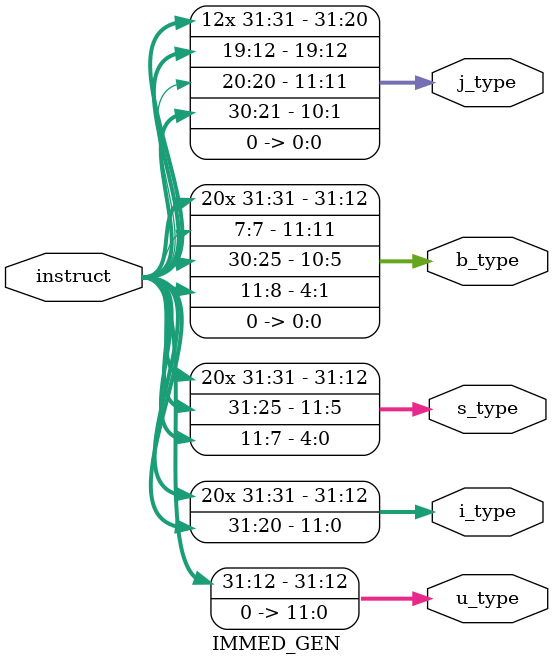
<source format=sv>
`timescale 1ns / 1ps


module IMMED_GEN(
    input logic [31:0] instruct,
    output logic [31:0] u_type, i_type, s_type, b_type, j_type
    );
    always_comb begin
    u_type = {instruct[31:12], {12{1'b0}}};
    i_type = {{21{instruct[31]}}, instruct[30:20]};
    s_type = {{21{instruct[31]}}, instruct[30:25], instruct[11:7]};
    b_type = {{20{instruct[31]}}, instruct[7], instruct[30:25], instruct[11:8], 1'b0};
    j_type = {{12{instruct[31]}}, instruct[19:12], instruct[20], instruct[30:21], 1'b0};
    end
endmodule

</source>
